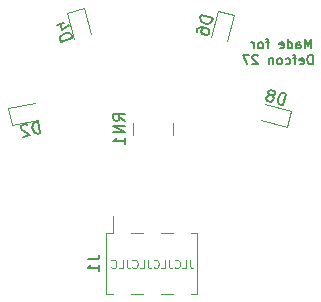
<source format=gbr>
G04 #@! TF.GenerationSoftware,KiCad,Pcbnew,5.1.2*
G04 #@! TF.CreationDate,2019-07-05T19:56:43-05:00*
G04 #@! TF.ProjectId,ZoraSapphire,5a6f7261-5361-4707-9068-6972652e6b69,rev?*
G04 #@! TF.SameCoordinates,Original*
G04 #@! TF.FileFunction,Legend,Bot*
G04 #@! TF.FilePolarity,Positive*
%FSLAX46Y46*%
G04 Gerber Fmt 4.6, Leading zero omitted, Abs format (unit mm)*
G04 Created by KiCad (PCBNEW 5.1.2) date 2019-07-05 19:56:43*
%MOMM*%
%LPD*%
G04 APERTURE LIST*
%ADD10C,0.100000*%
%ADD11C,0.150000*%
%ADD12C,0.120000*%
G04 APERTURE END LIST*
D10*
X155253333Y-107976666D02*
X155253333Y-108476666D01*
X155286666Y-108576666D01*
X155353333Y-108643333D01*
X155453333Y-108676666D01*
X155520000Y-108676666D01*
X154586666Y-108676666D02*
X154920000Y-108676666D01*
X154920000Y-107976666D01*
X153953333Y-108610000D02*
X153986666Y-108643333D01*
X154086666Y-108676666D01*
X154153333Y-108676666D01*
X154253333Y-108643333D01*
X154320000Y-108576666D01*
X154353333Y-108510000D01*
X154386666Y-108376666D01*
X154386666Y-108276666D01*
X154353333Y-108143333D01*
X154320000Y-108076666D01*
X154253333Y-108010000D01*
X154153333Y-107976666D01*
X154086666Y-107976666D01*
X153986666Y-108010000D01*
X153953333Y-108043333D01*
X153453333Y-107976666D02*
X153453333Y-108476666D01*
X153486666Y-108576666D01*
X153553333Y-108643333D01*
X153653333Y-108676666D01*
X153720000Y-108676666D01*
X152786666Y-108676666D02*
X153120000Y-108676666D01*
X153120000Y-107976666D01*
X152153333Y-108610000D02*
X152186666Y-108643333D01*
X152286666Y-108676666D01*
X152353333Y-108676666D01*
X152453333Y-108643333D01*
X152520000Y-108576666D01*
X152553333Y-108510000D01*
X152586666Y-108376666D01*
X152586666Y-108276666D01*
X152553333Y-108143333D01*
X152520000Y-108076666D01*
X152453333Y-108010000D01*
X152353333Y-107976666D01*
X152286666Y-107976666D01*
X152186666Y-108010000D01*
X152153333Y-108043333D01*
X151653333Y-107976666D02*
X151653333Y-108476666D01*
X151686666Y-108576666D01*
X151753333Y-108643333D01*
X151853333Y-108676666D01*
X151920000Y-108676666D01*
X150986666Y-108676666D02*
X151320000Y-108676666D01*
X151320000Y-107976666D01*
X150353333Y-108610000D02*
X150386666Y-108643333D01*
X150486666Y-108676666D01*
X150553333Y-108676666D01*
X150653333Y-108643333D01*
X150720000Y-108576666D01*
X150753333Y-108510000D01*
X150786666Y-108376666D01*
X150786666Y-108276666D01*
X150753333Y-108143333D01*
X150720000Y-108076666D01*
X150653333Y-108010000D01*
X150553333Y-107976666D01*
X150486666Y-107976666D01*
X150386666Y-108010000D01*
X150353333Y-108043333D01*
X149853333Y-107976666D02*
X149853333Y-108476666D01*
X149886666Y-108576666D01*
X149953333Y-108643333D01*
X150053333Y-108676666D01*
X150120000Y-108676666D01*
X149186666Y-108676666D02*
X149520000Y-108676666D01*
X149520000Y-107976666D01*
X148553333Y-108610000D02*
X148586666Y-108643333D01*
X148686666Y-108676666D01*
X148753333Y-108676666D01*
X148853333Y-108643333D01*
X148920000Y-108576666D01*
X148953333Y-108510000D01*
X148986666Y-108376666D01*
X148986666Y-108276666D01*
X148953333Y-108143333D01*
X148920000Y-108076666D01*
X148853333Y-108010000D01*
X148753333Y-107976666D01*
X148686666Y-107976666D01*
X148586666Y-108010000D01*
X148553333Y-108043333D01*
D11*
X165480952Y-90096904D02*
X165480952Y-89296904D01*
X165214285Y-89868333D01*
X164947619Y-89296904D01*
X164947619Y-90096904D01*
X164223809Y-90096904D02*
X164223809Y-89677857D01*
X164261904Y-89601666D01*
X164338095Y-89563571D01*
X164490476Y-89563571D01*
X164566666Y-89601666D01*
X164223809Y-90058809D02*
X164300000Y-90096904D01*
X164490476Y-90096904D01*
X164566666Y-90058809D01*
X164604761Y-89982619D01*
X164604761Y-89906428D01*
X164566666Y-89830238D01*
X164490476Y-89792142D01*
X164300000Y-89792142D01*
X164223809Y-89754047D01*
X163500000Y-90096904D02*
X163500000Y-89296904D01*
X163500000Y-90058809D02*
X163576190Y-90096904D01*
X163728571Y-90096904D01*
X163804761Y-90058809D01*
X163842857Y-90020714D01*
X163880952Y-89944523D01*
X163880952Y-89715952D01*
X163842857Y-89639761D01*
X163804761Y-89601666D01*
X163728571Y-89563571D01*
X163576190Y-89563571D01*
X163500000Y-89601666D01*
X162814285Y-90058809D02*
X162890476Y-90096904D01*
X163042857Y-90096904D01*
X163119047Y-90058809D01*
X163157142Y-89982619D01*
X163157142Y-89677857D01*
X163119047Y-89601666D01*
X163042857Y-89563571D01*
X162890476Y-89563571D01*
X162814285Y-89601666D01*
X162776190Y-89677857D01*
X162776190Y-89754047D01*
X163157142Y-89830238D01*
X161938095Y-89563571D02*
X161633333Y-89563571D01*
X161823809Y-90096904D02*
X161823809Y-89411190D01*
X161785714Y-89335000D01*
X161709523Y-89296904D01*
X161633333Y-89296904D01*
X161252380Y-90096904D02*
X161328571Y-90058809D01*
X161366666Y-90020714D01*
X161404761Y-89944523D01*
X161404761Y-89715952D01*
X161366666Y-89639761D01*
X161328571Y-89601666D01*
X161252380Y-89563571D01*
X161138095Y-89563571D01*
X161061904Y-89601666D01*
X161023809Y-89639761D01*
X160985714Y-89715952D01*
X160985714Y-89944523D01*
X161023809Y-90020714D01*
X161061904Y-90058809D01*
X161138095Y-90096904D01*
X161252380Y-90096904D01*
X160642857Y-90096904D02*
X160642857Y-89563571D01*
X160642857Y-89715952D02*
X160604761Y-89639761D01*
X160566666Y-89601666D01*
X160490476Y-89563571D01*
X160414285Y-89563571D01*
X165614285Y-91446904D02*
X165614285Y-90646904D01*
X165423809Y-90646904D01*
X165309523Y-90685000D01*
X165233333Y-90761190D01*
X165195238Y-90837380D01*
X165157142Y-90989761D01*
X165157142Y-91104047D01*
X165195238Y-91256428D01*
X165233333Y-91332619D01*
X165309523Y-91408809D01*
X165423809Y-91446904D01*
X165614285Y-91446904D01*
X164509523Y-91408809D02*
X164585714Y-91446904D01*
X164738095Y-91446904D01*
X164814285Y-91408809D01*
X164852380Y-91332619D01*
X164852380Y-91027857D01*
X164814285Y-90951666D01*
X164738095Y-90913571D01*
X164585714Y-90913571D01*
X164509523Y-90951666D01*
X164471428Y-91027857D01*
X164471428Y-91104047D01*
X164852380Y-91180238D01*
X164242857Y-90913571D02*
X163938095Y-90913571D01*
X164128571Y-91446904D02*
X164128571Y-90761190D01*
X164090476Y-90685000D01*
X164014285Y-90646904D01*
X163938095Y-90646904D01*
X163328571Y-91408809D02*
X163404761Y-91446904D01*
X163557142Y-91446904D01*
X163633333Y-91408809D01*
X163671428Y-91370714D01*
X163709523Y-91294523D01*
X163709523Y-91065952D01*
X163671428Y-90989761D01*
X163633333Y-90951666D01*
X163557142Y-90913571D01*
X163404761Y-90913571D01*
X163328571Y-90951666D01*
X162871428Y-91446904D02*
X162947619Y-91408809D01*
X162985714Y-91370714D01*
X163023809Y-91294523D01*
X163023809Y-91065952D01*
X162985714Y-90989761D01*
X162947619Y-90951666D01*
X162871428Y-90913571D01*
X162757142Y-90913571D01*
X162680952Y-90951666D01*
X162642857Y-90989761D01*
X162604761Y-91065952D01*
X162604761Y-91294523D01*
X162642857Y-91370714D01*
X162680952Y-91408809D01*
X162757142Y-91446904D01*
X162871428Y-91446904D01*
X162261904Y-90913571D02*
X162261904Y-91446904D01*
X162261904Y-90989761D02*
X162223809Y-90951666D01*
X162147619Y-90913571D01*
X162033333Y-90913571D01*
X161957142Y-90951666D01*
X161919047Y-91027857D01*
X161919047Y-91446904D01*
X160966666Y-90723095D02*
X160928571Y-90685000D01*
X160852380Y-90646904D01*
X160661904Y-90646904D01*
X160585714Y-90685000D01*
X160547619Y-90723095D01*
X160509523Y-90799285D01*
X160509523Y-90875476D01*
X160547619Y-90989761D01*
X161004761Y-91446904D01*
X160509523Y-91446904D01*
X160242857Y-90646904D02*
X159709523Y-90646904D01*
X160052380Y-91446904D01*
D12*
X142389797Y-96119357D02*
X140154730Y-96594435D01*
X140154730Y-96594435D02*
X139849100Y-95156558D01*
X139849100Y-95156558D02*
X142084167Y-94681480D01*
X146261789Y-86684701D02*
X146853191Y-88891842D01*
X144841878Y-87065165D02*
X146261789Y-86684701D01*
X145433280Y-89272306D02*
X144841878Y-87065165D01*
X158988122Y-87265165D02*
X158396720Y-89472306D01*
X157568211Y-86884701D02*
X158988122Y-87265165D01*
X156976809Y-89091842D02*
X157568211Y-86884701D01*
X161577491Y-94762989D02*
X163784632Y-95354391D01*
X163784632Y-95354391D02*
X163404168Y-96774302D01*
X163404168Y-96774302D02*
X161197027Y-96182900D01*
X148100000Y-105695000D02*
X148100000Y-110895000D01*
X155840000Y-105695000D02*
X155840000Y-110895000D01*
X148670000Y-104255000D02*
X148670000Y-105695000D01*
X148100000Y-105695000D02*
X148670000Y-105695000D01*
X148100000Y-110895000D02*
X148670000Y-110895000D01*
X155270000Y-105695000D02*
X155840000Y-105695000D01*
X155270000Y-110895000D02*
X155840000Y-110895000D01*
X150190000Y-105695000D02*
X151210000Y-105695000D01*
X150190000Y-110895000D02*
X151210000Y-110895000D01*
X152730000Y-105695000D02*
X153750000Y-105695000D01*
X152730000Y-110895000D02*
X153750000Y-110895000D01*
X153760000Y-97400000D02*
X153760000Y-96400000D01*
X150400000Y-97400000D02*
X150400000Y-96400000D01*
D11*
X142567799Y-97254535D02*
X142359887Y-96276388D01*
X142126995Y-96325890D01*
X141997160Y-96402171D01*
X141923804Y-96515129D01*
X141897027Y-96618186D01*
X141890051Y-96814400D01*
X141919752Y-96954136D01*
X142005933Y-97130549D01*
X142072313Y-97213805D01*
X142185271Y-97287161D01*
X142334907Y-97304038D01*
X142567799Y-97254535D01*
X141448119Y-96567556D02*
X141391640Y-96530878D01*
X141288583Y-96504100D01*
X141055690Y-96553603D01*
X140972434Y-96619983D01*
X140935756Y-96676462D01*
X140908979Y-96779519D01*
X140928780Y-96872676D01*
X141005060Y-97002511D01*
X141682808Y-97442646D01*
X141077288Y-97571353D01*
X144308972Y-89509474D02*
X145274898Y-89250655D01*
X145213274Y-89020672D01*
X145130304Y-88895007D01*
X145013661Y-88827664D01*
X144909344Y-88806317D01*
X144713033Y-88809619D01*
X144575044Y-88846593D01*
X144403383Y-88941889D01*
X144323714Y-89012535D01*
X144256371Y-89129177D01*
X144247349Y-89279491D01*
X144308972Y-89509474D01*
X144583181Y-87957033D02*
X143939231Y-88129580D01*
X145012777Y-88088418D02*
X144384453Y-88503271D01*
X144224232Y-87905317D01*
X157140545Y-87543361D02*
X156174619Y-87284542D01*
X156112996Y-87514524D01*
X156122018Y-87664838D01*
X156189361Y-87781481D01*
X156269030Y-87852127D01*
X156440691Y-87947422D01*
X156578680Y-87984396D01*
X156774991Y-87987699D01*
X156879308Y-87966352D01*
X156995951Y-87899008D01*
X157078921Y-87773343D01*
X157140545Y-87543361D01*
X155804878Y-88664436D02*
X155854177Y-88480450D01*
X155924822Y-88400782D01*
X155983144Y-88367110D01*
X156145783Y-88312091D01*
X156342093Y-88315394D01*
X156710065Y-88413992D01*
X156789733Y-88484637D01*
X156823405Y-88542959D01*
X156844752Y-88647276D01*
X156795453Y-88831262D01*
X156724807Y-88910930D01*
X156666486Y-88944602D01*
X156562168Y-88965949D01*
X156332186Y-88904326D01*
X156252518Y-88833680D01*
X156218846Y-88775358D01*
X156197499Y-88671041D01*
X156246798Y-88487055D01*
X156317444Y-88407387D01*
X156375765Y-88373715D01*
X156480083Y-88352368D01*
X163125971Y-94926725D02*
X163384790Y-93960799D01*
X163154808Y-93899176D01*
X163004494Y-93908198D01*
X162887851Y-93975541D01*
X162817205Y-94055210D01*
X162721910Y-94226871D01*
X162684936Y-94364860D01*
X162681633Y-94561171D01*
X162702980Y-94665488D01*
X162770324Y-94782131D01*
X162895989Y-94865101D01*
X163125971Y-94926725D01*
X162169952Y-94078974D02*
X162274270Y-94057627D01*
X162332591Y-94023955D01*
X162403237Y-93944287D01*
X162415562Y-93898291D01*
X162394215Y-93793973D01*
X162360543Y-93735652D01*
X162280875Y-93665006D01*
X162096889Y-93615707D01*
X161992571Y-93637054D01*
X161934250Y-93670726D01*
X161863604Y-93750394D01*
X161851279Y-93796391D01*
X161872626Y-93900708D01*
X161906298Y-93959029D01*
X161985966Y-94029675D01*
X162169952Y-94078974D01*
X162249621Y-94149620D01*
X162283292Y-94207941D01*
X162304639Y-94312259D01*
X162255340Y-94496245D01*
X162184695Y-94575913D01*
X162126373Y-94609585D01*
X162022056Y-94630932D01*
X161838070Y-94581633D01*
X161758402Y-94510987D01*
X161724730Y-94452666D01*
X161703383Y-94348348D01*
X161752682Y-94164362D01*
X161823328Y-94084694D01*
X161881649Y-94051022D01*
X161985966Y-94029675D01*
X146552380Y-107961666D02*
X147266666Y-107961666D01*
X147409523Y-107914047D01*
X147504761Y-107818809D01*
X147552380Y-107675952D01*
X147552380Y-107580714D01*
X147552380Y-108961666D02*
X147552380Y-108390238D01*
X147552380Y-108675952D02*
X146552380Y-108675952D01*
X146695238Y-108580714D01*
X146790476Y-108485476D01*
X146838095Y-108390238D01*
X149732380Y-96209523D02*
X149256190Y-95876190D01*
X149732380Y-95638095D02*
X148732380Y-95638095D01*
X148732380Y-96019047D01*
X148780000Y-96114285D01*
X148827619Y-96161904D01*
X148922857Y-96209523D01*
X149065714Y-96209523D01*
X149160952Y-96161904D01*
X149208571Y-96114285D01*
X149256190Y-96019047D01*
X149256190Y-95638095D01*
X149732380Y-96638095D02*
X148732380Y-96638095D01*
X149732380Y-97209523D01*
X148732380Y-97209523D01*
X149732380Y-98209523D02*
X149732380Y-97638095D01*
X149732380Y-97923809D02*
X148732380Y-97923809D01*
X148875238Y-97828571D01*
X148970476Y-97733333D01*
X149018095Y-97638095D01*
M02*

</source>
